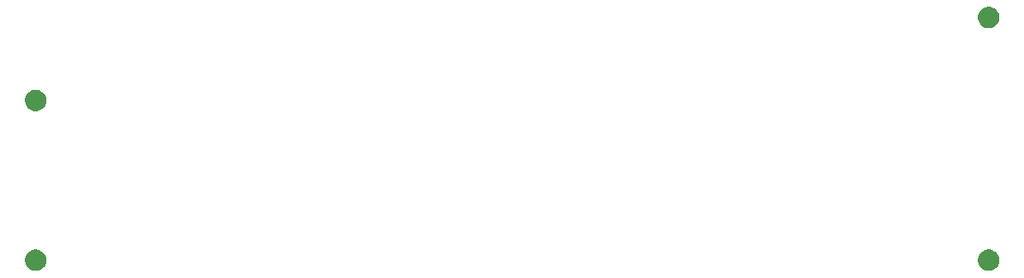
<source format=gts>
G04 #@! TF.GenerationSoftware,KiCad,Pcbnew,(5.1.5)-3*
G04 #@! TF.CreationDate,2021-03-06T01:57:34+09:00*
G04 #@! TF.ProjectId,Getta25,47657474-6132-4352-9e6b-696361645f70,rev?*
G04 #@! TF.SameCoordinates,Original*
G04 #@! TF.FileFunction,Soldermask,Top*
G04 #@! TF.FilePolarity,Negative*
%FSLAX46Y46*%
G04 Gerber Fmt 4.6, Leading zero omitted, Abs format (unit mm)*
G04 Created by KiCad (PCBNEW (5.1.5)-3) date 2021-03-06 01:57:34*
%MOMM*%
%LPD*%
G04 APERTURE LIST*
%ADD10C,0.100000*%
G04 APERTURE END LIST*
D10*
G36*
X123677107Y-2842272D02*
G01*
X123877293Y-2925192D01*
X123877295Y-2925193D01*
X123967988Y-2985792D01*
X124057458Y-3045574D01*
X124210676Y-3198792D01*
X124331058Y-3378957D01*
X124413978Y-3579143D01*
X124456250Y-3791658D01*
X124456250Y-4008342D01*
X124413978Y-4220857D01*
X124331058Y-4421043D01*
X124331057Y-4421045D01*
X124210675Y-4601209D01*
X124057459Y-4754425D01*
X123877295Y-4874807D01*
X123877294Y-4874808D01*
X123877293Y-4874808D01*
X123677107Y-4957728D01*
X123464592Y-5000000D01*
X123247908Y-5000000D01*
X123035393Y-4957728D01*
X122835207Y-4874808D01*
X122835206Y-4874808D01*
X122835205Y-4874807D01*
X122655041Y-4754425D01*
X122501825Y-4601209D01*
X122381443Y-4421045D01*
X122381442Y-4421043D01*
X122298522Y-4220857D01*
X122256250Y-4008342D01*
X122256250Y-3791658D01*
X122298522Y-3579143D01*
X122381442Y-3378957D01*
X122501824Y-3198792D01*
X122655042Y-3045574D01*
X122744512Y-2985792D01*
X122835205Y-2925193D01*
X122835207Y-2925192D01*
X123035393Y-2842272D01*
X123247908Y-2800000D01*
X123464592Y-2800000D01*
X123677107Y-2842272D01*
G37*
G36*
X26045857Y-2842272D02*
G01*
X26246043Y-2925192D01*
X26246045Y-2925193D01*
X26336738Y-2985792D01*
X26426208Y-3045574D01*
X26579426Y-3198792D01*
X26699808Y-3378957D01*
X26782728Y-3579143D01*
X26825000Y-3791658D01*
X26825000Y-4008342D01*
X26782728Y-4220857D01*
X26699808Y-4421043D01*
X26699807Y-4421045D01*
X26579425Y-4601209D01*
X26426209Y-4754425D01*
X26246045Y-4874807D01*
X26246044Y-4874808D01*
X26246043Y-4874808D01*
X26045857Y-4957728D01*
X25833342Y-5000000D01*
X25616658Y-5000000D01*
X25404143Y-4957728D01*
X25203957Y-4874808D01*
X25203956Y-4874808D01*
X25203955Y-4874807D01*
X25023791Y-4754425D01*
X24870575Y-4601209D01*
X24750193Y-4421045D01*
X24750192Y-4421043D01*
X24667272Y-4220857D01*
X24625000Y-4008342D01*
X24625000Y-3791658D01*
X24667272Y-3579143D01*
X24750192Y-3378957D01*
X24870574Y-3198792D01*
X25023792Y-3045574D01*
X25113262Y-2985792D01*
X25203955Y-2925193D01*
X25203957Y-2925192D01*
X25404143Y-2842272D01*
X25616658Y-2800000D01*
X25833342Y-2800000D01*
X26045857Y-2842272D01*
G37*
G36*
X26045857Y13563978D02*
G01*
X26246043Y13481058D01*
X26246045Y13481057D01*
X26336738Y13420458D01*
X26426208Y13360676D01*
X26579426Y13207458D01*
X26699808Y13027293D01*
X26782728Y12827107D01*
X26825000Y12614592D01*
X26825000Y12397908D01*
X26782728Y12185393D01*
X26699808Y11985207D01*
X26699807Y11985205D01*
X26579425Y11805041D01*
X26426209Y11651825D01*
X26246045Y11531443D01*
X26246044Y11531442D01*
X26246043Y11531442D01*
X26045857Y11448522D01*
X25833342Y11406250D01*
X25616658Y11406250D01*
X25404143Y11448522D01*
X25203957Y11531442D01*
X25203956Y11531442D01*
X25203955Y11531443D01*
X25023791Y11651825D01*
X24870575Y11805041D01*
X24750193Y11985205D01*
X24750192Y11985207D01*
X24667272Y12185393D01*
X24625000Y12397908D01*
X24625000Y12614592D01*
X24667272Y12827107D01*
X24750192Y13027293D01*
X24870574Y13207458D01*
X25023792Y13360676D01*
X25113262Y13420458D01*
X25203955Y13481057D01*
X25203957Y13481058D01*
X25404143Y13563978D01*
X25616658Y13606250D01*
X25833342Y13606250D01*
X26045857Y13563978D01*
G37*
G36*
X123677107Y22063978D02*
G01*
X123877293Y21981058D01*
X123877295Y21981057D01*
X123967988Y21920458D01*
X124057458Y21860676D01*
X124210676Y21707458D01*
X124331058Y21527293D01*
X124413978Y21327107D01*
X124456250Y21114592D01*
X124456250Y20897908D01*
X124413978Y20685393D01*
X124331058Y20485207D01*
X124331057Y20485205D01*
X124210675Y20305041D01*
X124057459Y20151825D01*
X123877295Y20031443D01*
X123877294Y20031442D01*
X123877293Y20031442D01*
X123677107Y19948522D01*
X123464592Y19906250D01*
X123247908Y19906250D01*
X123035393Y19948522D01*
X122835207Y20031442D01*
X122835206Y20031442D01*
X122835205Y20031443D01*
X122655041Y20151825D01*
X122501825Y20305041D01*
X122381443Y20485205D01*
X122381442Y20485207D01*
X122298522Y20685393D01*
X122256250Y20897908D01*
X122256250Y21114592D01*
X122298522Y21327107D01*
X122381442Y21527293D01*
X122501824Y21707458D01*
X122655042Y21860676D01*
X122744512Y21920458D01*
X122835205Y21981057D01*
X122835207Y21981058D01*
X123035393Y22063978D01*
X123247908Y22106250D01*
X123464592Y22106250D01*
X123677107Y22063978D01*
G37*
M02*

</source>
